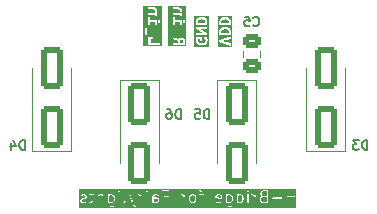
<source format=gbo>
G04 #@! TF.GenerationSoftware,KiCad,Pcbnew,9.0.4*
G04 #@! TF.CreationDate,2025-08-24T22:18:30+02:00*
G04 #@! TF.ProjectId,npn-pnp-h-bridge,6e706e2d-706e-4702-9d68-2d6272696467,rev?*
G04 #@! TF.SameCoordinates,Original*
G04 #@! TF.FileFunction,Legend,Bot*
G04 #@! TF.FilePolarity,Positive*
%FSLAX46Y46*%
G04 Gerber Fmt 4.6, Leading zero omitted, Abs format (unit mm)*
G04 Created by KiCad (PCBNEW 9.0.4) date 2025-08-24 22:18:30*
%MOMM*%
%LPD*%
G01*
G04 APERTURE LIST*
G04 Aperture macros list*
%AMRoundRect*
0 Rectangle with rounded corners*
0 $1 Rounding radius*
0 $2 $3 $4 $5 $6 $7 $8 $9 X,Y pos of 4 corners*
0 Add a 4 corners polygon primitive as box body*
4,1,4,$2,$3,$4,$5,$6,$7,$8,$9,$2,$3,0*
0 Add four circle primitives for the rounded corners*
1,1,$1+$1,$2,$3*
1,1,$1+$1,$4,$5*
1,1,$1+$1,$6,$7*
1,1,$1+$1,$8,$9*
0 Add four rect primitives between the rounded corners*
20,1,$1+$1,$2,$3,$4,$5,0*
20,1,$1+$1,$4,$5,$6,$7,0*
20,1,$1+$1,$6,$7,$8,$9,0*
20,1,$1+$1,$8,$9,$2,$3,0*%
G04 Aperture macros list end*
%ADD10C,0.200000*%
%ADD11C,0.100000*%
%ADD12C,0.150000*%
%ADD13C,0.120000*%
%ADD14R,1.500000X1.050000*%
%ADD15O,1.500000X1.050000*%
%ADD16C,2.148000*%
%ADD17R,1.300000X1.300000*%
%ADD18C,1.300000*%
%ADD19C,2.600000*%
%ADD20C,4.400000*%
%ADD21C,1.270000*%
%ADD22RoundRect,0.250000X-0.650000X1.500000X-0.650000X-1.500000X0.650000X-1.500000X0.650000X1.500000X0*%
%ADD23RoundRect,0.250000X0.475000X-0.337500X0.475000X0.337500X-0.475000X0.337500X-0.475000X-0.337500X0*%
%ADD24RoundRect,0.250000X0.650000X-1.500000X0.650000X1.500000X-0.650000X1.500000X-0.650000X-1.500000X0*%
G04 APERTURE END LIST*
D10*
G36*
X172077554Y-90745882D02*
G01*
X172132757Y-90756526D01*
X172181967Y-90775252D01*
X172224926Y-90803890D01*
X172260003Y-90844495D01*
X172276204Y-90876725D01*
X172286780Y-90917940D01*
X172290655Y-90970403D01*
X172288579Y-91022182D01*
X172285099Y-91059918D01*
X171631871Y-91059918D01*
X171629795Y-91043187D01*
X171628391Y-91020106D01*
X171626987Y-90997025D01*
X171626315Y-90978829D01*
X171630086Y-90925356D01*
X171640409Y-90882941D01*
X171656235Y-90849441D01*
X171691134Y-90807067D01*
X171734942Y-90777390D01*
X171785936Y-90758036D01*
X171844973Y-90746615D01*
X171967522Y-90739593D01*
X172077554Y-90745882D01*
G37*
G36*
X172581529Y-93052370D02*
G01*
X171339349Y-93052370D01*
X171339349Y-92493562D01*
X171450460Y-92493562D01*
X171454118Y-92555420D01*
X171464891Y-92613783D01*
X171482639Y-92669173D01*
X171507803Y-92721335D01*
X171540140Y-92768492D01*
X171580031Y-92811139D01*
X171625789Y-92847681D01*
X171679185Y-92879430D01*
X171741170Y-92906271D01*
X171806080Y-92925105D01*
X171880570Y-92937047D01*
X171966057Y-92941259D01*
X172055968Y-92936147D01*
X172132333Y-92921787D01*
X172197172Y-92899310D01*
X172258318Y-92867736D01*
X172310055Y-92831574D01*
X172353426Y-92790867D01*
X172390633Y-92744417D01*
X172420156Y-92694887D01*
X172442391Y-92641878D01*
X172463533Y-92558962D01*
X172470418Y-92478175D01*
X172466766Y-92397738D01*
X172457168Y-92338285D01*
X172441734Y-92283925D01*
X172423035Y-92236130D01*
X172134340Y-92236130D01*
X172134340Y-92390003D01*
X172287419Y-92390003D01*
X172292976Y-92412412D01*
X172298471Y-92473961D01*
X172293471Y-92529747D01*
X172278871Y-92580268D01*
X172254038Y-92625751D01*
X172218115Y-92664959D01*
X172172576Y-92695865D01*
X172112663Y-92720219D01*
X172045013Y-92734500D01*
X171959035Y-92739759D01*
X171881876Y-92734635D01*
X171816519Y-92720219D01*
X171757462Y-92696198D01*
X171710396Y-92665631D01*
X171672155Y-92627097D01*
X171644755Y-92582405D01*
X171628062Y-92532514D01*
X171622407Y-92478175D01*
X171624658Y-92442737D01*
X171631078Y-92411741D01*
X171640644Y-92384288D01*
X171648419Y-92370464D01*
X171849064Y-92370464D01*
X171849064Y-92548089D01*
X171981933Y-92548089D01*
X171981933Y-92213721D01*
X171538815Y-92213721D01*
X171512980Y-92247352D01*
X171490920Y-92288242D01*
X171472869Y-92337552D01*
X171456067Y-92414657D01*
X171450460Y-92493562D01*
X171339349Y-92493562D01*
X171339349Y-91567576D01*
X171470000Y-91567576D01*
X172050137Y-91901945D01*
X172050137Y-91908967D01*
X171933817Y-91900540D01*
X171470000Y-91900540D01*
X171470000Y-92082440D01*
X172450879Y-92082440D01*
X172450879Y-91914523D01*
X171851140Y-91576003D01*
X171851140Y-91568981D01*
X171968866Y-91581559D01*
X172450879Y-91581559D01*
X172450879Y-91399720D01*
X171470000Y-91399720D01*
X171470000Y-91567576D01*
X171339349Y-91567576D01*
X171339349Y-91001177D01*
X171454368Y-91001177D01*
X171455772Y-91058574D01*
X171459314Y-91129893D01*
X171463466Y-91199869D01*
X171468351Y-91251587D01*
X172448620Y-91251587D01*
X172452772Y-91207562D01*
X172457657Y-91136182D01*
X172461198Y-91053689D01*
X172462602Y-90977424D01*
X172457887Y-90891100D01*
X172444849Y-90820119D01*
X172424806Y-90762002D01*
X172395766Y-90707990D01*
X172361087Y-90663360D01*
X172320636Y-90626997D01*
X172274526Y-90597630D01*
X172222589Y-90574488D01*
X172164016Y-90557693D01*
X172071570Y-90543170D01*
X171967583Y-90538093D01*
X171871898Y-90543019D01*
X171778784Y-90557693D01*
X171718825Y-90574500D01*
X171664265Y-90598053D01*
X171614469Y-90628340D01*
X171570376Y-90665912D01*
X171531729Y-90712608D01*
X171498393Y-90769635D01*
X171475070Y-90831398D01*
X171459879Y-90907588D01*
X171455684Y-90978829D01*
X171454368Y-91001177D01*
X171339349Y-91001177D01*
X171339349Y-90426982D01*
X172581529Y-90426982D01*
X172581529Y-93052370D01*
G37*
G36*
X168577621Y-93001995D02*
G01*
X167042350Y-93001995D01*
X167042350Y-92890884D01*
X167470000Y-92890884D01*
X168450879Y-92890884D01*
X168450879Y-92699214D01*
X167641946Y-92699214D01*
X167641946Y-92420778D01*
X167868604Y-92420778D01*
X167868604Y-92247304D01*
X167470000Y-92247304D01*
X167470000Y-92890884D01*
X167042350Y-92890884D01*
X167042350Y-92051666D01*
X167153461Y-92051666D01*
X167305868Y-92051666D01*
X167305868Y-91430495D01*
X167153461Y-91430495D01*
X167153461Y-92051666D01*
X167042350Y-92051666D01*
X167042350Y-91239009D01*
X167470000Y-91239009D01*
X167622407Y-91239009D01*
X167622407Y-90992812D01*
X168017103Y-90992812D01*
X168017103Y-91239009D01*
X168169511Y-91239009D01*
X168169511Y-90904640D01*
X168259392Y-90904640D01*
X168262940Y-90941882D01*
X168272722Y-90971161D01*
X168288091Y-90994216D01*
X168309012Y-91012096D01*
X168333148Y-91022725D01*
X168361547Y-91026395D01*
X168389131Y-91022807D01*
X168413571Y-91012242D01*
X168435736Y-90994216D01*
X168452301Y-90971000D01*
X168462743Y-90941717D01*
X168466510Y-90904640D01*
X168462778Y-90866606D01*
X168452351Y-90835880D01*
X168435736Y-90810912D01*
X168413369Y-90791179D01*
X168388941Y-90779769D01*
X168361547Y-90775924D01*
X168333350Y-90779854D01*
X168309219Y-90791330D01*
X168288091Y-90810912D01*
X168272668Y-90835725D01*
X168262904Y-90866452D01*
X168259392Y-90904640D01*
X168169511Y-90904640D01*
X168169511Y-90810912D01*
X167622407Y-90810912D01*
X167622407Y-90552076D01*
X167470000Y-90552076D01*
X167470000Y-91239009D01*
X167042350Y-91239009D01*
X167042350Y-89894757D01*
X167470000Y-89894757D01*
X167867749Y-89894757D01*
X167923455Y-89899819D01*
X167963161Y-89913174D01*
X167990969Y-89933225D01*
X168011852Y-89960856D01*
X168024449Y-89992828D01*
X168028827Y-90030434D01*
X168021318Y-90079888D01*
X167998724Y-90124895D01*
X167964484Y-90161107D01*
X167923803Y-90182964D01*
X167470000Y-90182964D01*
X167470000Y-90364802D01*
X168017103Y-90364802D01*
X168017103Y-90465553D01*
X168169511Y-90465553D01*
X168169511Y-90220699D01*
X168077126Y-90199755D01*
X168077126Y-90194138D01*
X168117981Y-90156267D01*
X168155467Y-90101814D01*
X168173662Y-90060466D01*
X168185048Y-90012842D01*
X168189050Y-89957711D01*
X168185481Y-89907011D01*
X168175068Y-89860502D01*
X168156409Y-89818126D01*
X168128906Y-89782833D01*
X168092342Y-89754797D01*
X168041467Y-89731786D01*
X167982673Y-89718008D01*
X167905057Y-89712857D01*
X167470000Y-89712857D01*
X167470000Y-89894757D01*
X167042350Y-89894757D01*
X167042350Y-89601746D01*
X168577621Y-89601746D01*
X168577621Y-93001995D01*
G37*
D11*
G36*
X164437047Y-105657063D02*
G01*
X164473191Y-105693208D01*
X164511903Y-105770631D01*
X164511903Y-106032738D01*
X164473191Y-106110161D01*
X164437045Y-106146308D01*
X164359624Y-106185019D01*
X164192755Y-106185019D01*
X164135713Y-106156498D01*
X164135713Y-105646872D01*
X164192755Y-105618352D01*
X164359624Y-105618352D01*
X164437047Y-105657063D01*
G37*
G36*
X174437049Y-105657063D02*
G01*
X174473193Y-105693208D01*
X174511905Y-105770631D01*
X174511905Y-106032738D01*
X174473193Y-106110161D01*
X174437047Y-106146308D01*
X174359626Y-106185019D01*
X174192757Y-106185019D01*
X174135715Y-106156498D01*
X174135715Y-105646872D01*
X174192757Y-105618352D01*
X174359626Y-105618352D01*
X174437049Y-105657063D01*
G37*
G36*
X167920495Y-105898787D02*
G01*
X167922910Y-105899448D01*
X167923722Y-105900260D01*
X167931583Y-105901823D01*
X167939311Y-105903940D01*
X167940399Y-105903577D01*
X167942856Y-105904066D01*
X168169148Y-105904066D01*
X168238921Y-105938952D01*
X168273808Y-106008726D01*
X168273808Y-106080357D01*
X168238921Y-106150132D01*
X168169148Y-106185019D01*
X167954660Y-106185019D01*
X167897618Y-106156498D01*
X167897618Y-105887348D01*
X167920495Y-105898787D01*
G37*
G36*
X171341810Y-105657063D02*
G01*
X171377954Y-105693208D01*
X171416666Y-105770631D01*
X171416666Y-106032738D01*
X171377954Y-106110161D01*
X171341808Y-106146308D01*
X171264387Y-106185019D01*
X171145137Y-106185019D01*
X171067714Y-106146308D01*
X171031568Y-106110161D01*
X170992857Y-106032739D01*
X170992857Y-105770631D01*
X171031568Y-105693207D01*
X171067713Y-105657063D01*
X171145137Y-105618352D01*
X171264387Y-105618352D01*
X171341810Y-105657063D01*
G37*
G36*
X173572256Y-105653238D02*
G01*
X173607143Y-105723012D01*
X173607143Y-105840694D01*
X173230953Y-105765456D01*
X173230953Y-105723012D01*
X173265839Y-105653238D01*
X173335614Y-105618352D01*
X173502483Y-105618352D01*
X173572256Y-105653238D01*
G37*
G36*
X175341811Y-105657063D02*
G01*
X175377955Y-105693208D01*
X175416667Y-105770631D01*
X175416667Y-106032738D01*
X175377955Y-106110161D01*
X175341809Y-106146308D01*
X175264388Y-106185019D01*
X175097519Y-106185019D01*
X175040477Y-106156498D01*
X175040477Y-105646872D01*
X175097519Y-105618352D01*
X175264388Y-105618352D01*
X175341811Y-105657063D01*
G37*
G36*
X177464286Y-106185019D02*
G01*
X177145138Y-106185019D01*
X177067715Y-106146308D01*
X177031569Y-106110161D01*
X176992858Y-106032739D01*
X176992858Y-105913488D01*
X177031569Y-105836064D01*
X177065105Y-105802529D01*
X177189066Y-105761209D01*
X177464286Y-105761209D01*
X177464286Y-106185019D01*
G37*
G36*
X177464286Y-105661209D02*
G01*
X177192757Y-105661209D01*
X177115333Y-105622497D01*
X177079188Y-105586353D01*
X177040477Y-105508930D01*
X177040477Y-105437298D01*
X177079188Y-105359874D01*
X177115333Y-105323730D01*
X177192757Y-105285019D01*
X177464286Y-105285019D01*
X177464286Y-105661209D01*
G37*
G36*
X179961111Y-106729463D02*
G01*
X161591268Y-106729463D01*
X161591268Y-106044542D01*
X161702379Y-106044542D01*
X161702379Y-106092161D01*
X161702867Y-106094617D01*
X161702505Y-106095705D01*
X161704620Y-106103429D01*
X161706185Y-106111295D01*
X161706996Y-106112106D01*
X161707658Y-106114521D01*
X161755276Y-106209760D01*
X161761379Y-106217624D01*
X161762225Y-106220160D01*
X161765048Y-106222351D01*
X161767238Y-106225172D01*
X161769771Y-106226016D01*
X161777637Y-106232121D01*
X161872875Y-106279740D01*
X161875290Y-106280401D01*
X161876102Y-106281213D01*
X161883963Y-106282776D01*
X161891691Y-106284893D01*
X161892779Y-106284530D01*
X161895236Y-106285019D01*
X162085712Y-106285019D01*
X162088168Y-106284530D01*
X162089257Y-106284893D01*
X162096984Y-106282776D01*
X162104846Y-106281213D01*
X162105657Y-106280401D01*
X162108073Y-106279740D01*
X162203310Y-106232122D01*
X162218722Y-106220160D01*
X162230824Y-106183856D01*
X162213710Y-106149628D01*
X162177405Y-106137526D01*
X162158589Y-106142679D01*
X162073909Y-106185019D01*
X161907040Y-106185019D01*
X161837265Y-106150132D01*
X161802379Y-106080359D01*
X161802379Y-106056345D01*
X161837265Y-105986571D01*
X161907040Y-105951685D01*
X162038093Y-105951685D01*
X162040549Y-105951196D01*
X162041638Y-105951559D01*
X162049365Y-105949442D01*
X162057227Y-105947879D01*
X162058038Y-105947067D01*
X162060454Y-105946406D01*
X162155691Y-105898788D01*
X162163555Y-105892684D01*
X162166091Y-105891839D01*
X162168282Y-105889015D01*
X162171103Y-105886826D01*
X162171947Y-105884292D01*
X162178052Y-105876427D01*
X162225671Y-105781189D01*
X162226332Y-105778773D01*
X162227144Y-105777962D01*
X162228707Y-105770100D01*
X162230824Y-105762373D01*
X162230461Y-105761284D01*
X162230950Y-105758828D01*
X162230950Y-105711209D01*
X162230461Y-105708752D01*
X162230824Y-105707664D01*
X162228707Y-105699936D01*
X162227144Y-105692075D01*
X162226332Y-105691263D01*
X162225671Y-105688848D01*
X162178052Y-105593610D01*
X162171947Y-105585744D01*
X162171103Y-105583211D01*
X162168282Y-105581021D01*
X162166091Y-105578198D01*
X162163555Y-105577352D01*
X162155691Y-105571249D01*
X162111629Y-105549218D01*
X162420471Y-105549218D01*
X162420471Y-105587486D01*
X162447531Y-105614546D01*
X162466665Y-105618352D01*
X162654760Y-105618352D01*
X162654760Y-106080357D01*
X162619873Y-106150132D01*
X162550100Y-106185019D01*
X162466665Y-106185019D01*
X162447531Y-106188825D01*
X162420471Y-106215885D01*
X162420471Y-106254153D01*
X162447531Y-106281213D01*
X162466665Y-106285019D01*
X162561903Y-106285019D01*
X162564359Y-106284530D01*
X162565448Y-106284893D01*
X162573175Y-106282776D01*
X162581037Y-106281213D01*
X162581848Y-106280401D01*
X162584264Y-106279740D01*
X162679501Y-106232122D01*
X162687367Y-106226016D01*
X162689901Y-106225172D01*
X162692090Y-106222350D01*
X162694913Y-106220160D01*
X162695758Y-106217625D01*
X162701862Y-106209760D01*
X162749481Y-106114522D01*
X162750142Y-106112106D01*
X162750954Y-106111295D01*
X162752517Y-106103433D01*
X162754634Y-106095706D01*
X162754271Y-106094617D01*
X162754760Y-106092161D01*
X162754760Y-105711209D01*
X163130951Y-105711209D01*
X163130951Y-106235019D01*
X163134757Y-106254153D01*
X163161817Y-106281213D01*
X163200085Y-106281213D01*
X163227145Y-106254153D01*
X163230951Y-106235019D01*
X163230951Y-105723012D01*
X163265837Y-105653238D01*
X163335612Y-105618352D01*
X163454862Y-105618352D01*
X163532285Y-105657063D01*
X163559522Y-105684300D01*
X163559522Y-106235019D01*
X163563328Y-106254153D01*
X163590388Y-106281213D01*
X163628656Y-106281213D01*
X163655716Y-106254153D01*
X163659522Y-106235019D01*
X163659522Y-105568352D01*
X164035713Y-105568352D01*
X164035713Y-106377876D01*
X164036201Y-106380332D01*
X164035839Y-106381421D01*
X164037955Y-106389148D01*
X164039519Y-106397010D01*
X164040330Y-106397821D01*
X164040992Y-106400237D01*
X164088610Y-106495474D01*
X164093525Y-106501807D01*
X164097977Y-106508469D01*
X164145595Y-106556088D01*
X164152261Y-106560542D01*
X164158590Y-106565454D01*
X164253828Y-106613073D01*
X164256243Y-106613734D01*
X164257055Y-106614546D01*
X164264916Y-106616109D01*
X164272644Y-106618226D01*
X164273732Y-106617863D01*
X164276189Y-106618352D01*
X164419046Y-106618352D01*
X164421502Y-106617863D01*
X164422591Y-106618226D01*
X164430318Y-106616109D01*
X164438180Y-106614546D01*
X164438991Y-106613734D01*
X164441407Y-106613073D01*
X164536644Y-106565455D01*
X164552056Y-106553493D01*
X164564158Y-106517189D01*
X164547044Y-106482961D01*
X164510739Y-106470859D01*
X164491923Y-106476012D01*
X164407243Y-106518352D01*
X164287993Y-106518352D01*
X164210569Y-106479640D01*
X164174424Y-106443496D01*
X164135713Y-106366073D01*
X164135713Y-106268301D01*
X164158590Y-106279740D01*
X164161005Y-106280401D01*
X164161817Y-106281213D01*
X164169678Y-106282776D01*
X164177406Y-106284893D01*
X164178494Y-106284530D01*
X164180951Y-106285019D01*
X164371427Y-106285019D01*
X164373883Y-106284530D01*
X164374972Y-106284893D01*
X164382699Y-106282776D01*
X164390561Y-106281213D01*
X164391372Y-106280401D01*
X164393788Y-106279740D01*
X164489025Y-106232122D01*
X164495352Y-106227211D01*
X164502021Y-106222755D01*
X164549640Y-106175135D01*
X164554093Y-106168469D01*
X164559005Y-106162141D01*
X164606624Y-106066903D01*
X164607285Y-106064487D01*
X164608097Y-106063676D01*
X164609660Y-106055814D01*
X164611777Y-106048087D01*
X164611414Y-106046998D01*
X164611903Y-106044542D01*
X164611903Y-105758828D01*
X164611414Y-105756371D01*
X164611777Y-105755283D01*
X164609660Y-105747555D01*
X164608097Y-105739694D01*
X164607285Y-105738882D01*
X164606624Y-105736467D01*
X164559005Y-105641229D01*
X164554093Y-105634900D01*
X164549639Y-105628234D01*
X164502020Y-105580616D01*
X164495358Y-105576164D01*
X164489025Y-105571249D01*
X164483231Y-105568352D01*
X164940474Y-105568352D01*
X164940474Y-106235019D01*
X164944280Y-106254153D01*
X164971340Y-106281213D01*
X165009608Y-106281213D01*
X165036668Y-106254153D01*
X165039769Y-106238564D01*
X165321553Y-106238564D01*
X165338667Y-106272792D01*
X165374972Y-106284893D01*
X165393788Y-106279740D01*
X165489025Y-106232122D01*
X165496891Y-106226016D01*
X165499425Y-106225172D01*
X165501614Y-106222350D01*
X165504437Y-106220160D01*
X165505282Y-106217625D01*
X165511386Y-106209760D01*
X165559005Y-106114522D01*
X165559666Y-106112106D01*
X165560478Y-106111295D01*
X165562041Y-106103433D01*
X165564158Y-106095706D01*
X165563795Y-106094617D01*
X165564284Y-106092161D01*
X165564284Y-105565869D01*
X165845299Y-105565869D01*
X165848150Y-105585169D01*
X166086245Y-106251836D01*
X166086733Y-106252652D01*
X166086908Y-106253589D01*
X166182146Y-106491683D01*
X166182376Y-106492036D01*
X166182376Y-106492248D01*
X166187624Y-106500102D01*
X166192786Y-106508035D01*
X166192980Y-106508118D01*
X166193215Y-106508469D01*
X166240833Y-106556088D01*
X166247499Y-106560542D01*
X166253828Y-106565454D01*
X166349066Y-106613073D01*
X166367882Y-106618226D01*
X166404187Y-106606124D01*
X166421301Y-106571896D01*
X166409199Y-106535592D01*
X166393787Y-106523630D01*
X166305807Y-106479640D01*
X166271183Y-106445017D01*
X166186783Y-106234016D01*
X166418514Y-105585169D01*
X166421365Y-105565870D01*
X166413477Y-105549218D01*
X166563329Y-105549218D01*
X166563329Y-105587486D01*
X166590389Y-105614546D01*
X166609523Y-105618352D01*
X166692958Y-105618352D01*
X166770381Y-105657063D01*
X166806525Y-105693208D01*
X166845237Y-105770631D01*
X166845237Y-106235019D01*
X166849043Y-106254153D01*
X166876103Y-106281213D01*
X166914371Y-106281213D01*
X166941431Y-106254153D01*
X166945237Y-106235019D01*
X166945237Y-105568352D01*
X167321427Y-105568352D01*
X167321427Y-106235019D01*
X167325233Y-106254153D01*
X167352293Y-106281213D01*
X167390561Y-106281213D01*
X167417621Y-106254153D01*
X167421427Y-106235019D01*
X167421427Y-105711209D01*
X167797618Y-105711209D01*
X167797618Y-106235019D01*
X167801424Y-106254153D01*
X167828484Y-106281213D01*
X167866752Y-106281213D01*
X167885648Y-106262316D01*
X167920495Y-106279740D01*
X167922910Y-106280401D01*
X167923722Y-106281213D01*
X167931583Y-106282776D01*
X167939311Y-106284893D01*
X167940399Y-106284530D01*
X167942856Y-106285019D01*
X168180951Y-106285019D01*
X168183407Y-106284530D01*
X168184496Y-106284893D01*
X168192223Y-106282776D01*
X168200085Y-106281213D01*
X168200896Y-106280401D01*
X168203312Y-106279740D01*
X168298549Y-106232122D01*
X168306415Y-106226016D01*
X168308949Y-106225172D01*
X168311138Y-106222350D01*
X168313961Y-106220160D01*
X168314806Y-106217625D01*
X168320910Y-106209760D01*
X168368529Y-106114522D01*
X168369190Y-106112106D01*
X168370002Y-106111295D01*
X168371565Y-106103433D01*
X168373682Y-106095706D01*
X168373319Y-106094617D01*
X168373808Y-106092161D01*
X168373808Y-105996923D01*
X168373319Y-105994466D01*
X168373682Y-105993378D01*
X168371565Y-105985650D01*
X168370002Y-105977789D01*
X168369190Y-105976977D01*
X168368529Y-105974562D01*
X168320910Y-105879324D01*
X168314805Y-105871458D01*
X168313961Y-105868925D01*
X168311140Y-105866735D01*
X168308949Y-105863912D01*
X168306413Y-105863066D01*
X168298549Y-105856963D01*
X168203312Y-105809345D01*
X168200896Y-105808683D01*
X168200085Y-105807872D01*
X168192223Y-105806308D01*
X168184496Y-105804192D01*
X168183407Y-105804554D01*
X168180951Y-105804066D01*
X167954660Y-105804066D01*
X167897618Y-105775545D01*
X167897618Y-105723012D01*
X167932504Y-105653238D01*
X168002279Y-105618352D01*
X168169148Y-105618352D01*
X168253828Y-105660692D01*
X168272644Y-105665845D01*
X168308949Y-105653743D01*
X168326063Y-105619515D01*
X168313961Y-105583211D01*
X168298549Y-105571249D01*
X168203312Y-105523631D01*
X168200896Y-105522969D01*
X168200085Y-105522158D01*
X168192223Y-105520594D01*
X168184496Y-105518478D01*
X168183407Y-105518840D01*
X168180951Y-105518352D01*
X167990475Y-105518352D01*
X167988018Y-105518840D01*
X167986930Y-105518478D01*
X167979202Y-105520594D01*
X167971341Y-105522158D01*
X167970529Y-105522969D01*
X167968114Y-105523631D01*
X167872876Y-105571250D01*
X167865010Y-105577354D01*
X167862477Y-105578199D01*
X167860287Y-105581019D01*
X167857464Y-105583211D01*
X167856618Y-105585746D01*
X167850515Y-105593611D01*
X167802897Y-105688848D01*
X167802235Y-105691263D01*
X167801424Y-105692075D01*
X167799860Y-105699936D01*
X167797744Y-105707664D01*
X167798106Y-105708752D01*
X167797618Y-105711209D01*
X167421427Y-105711209D01*
X167421427Y-105568352D01*
X167417621Y-105549218D01*
X167390561Y-105522158D01*
X167352293Y-105522158D01*
X167325233Y-105549218D01*
X167321427Y-105568352D01*
X166945237Y-105568352D01*
X166941431Y-105549218D01*
X166914371Y-105522158D01*
X166876103Y-105522158D01*
X166849043Y-105549218D01*
X166845237Y-105568352D01*
X166845237Y-105590498D01*
X166835354Y-105580616D01*
X166828692Y-105576164D01*
X166822359Y-105571249D01*
X166727122Y-105523631D01*
X166724706Y-105522969D01*
X166723895Y-105522158D01*
X166716033Y-105520594D01*
X166708306Y-105518478D01*
X166707217Y-105518840D01*
X166704761Y-105518352D01*
X166609523Y-105518352D01*
X166590389Y-105522158D01*
X166563329Y-105549218D01*
X166413477Y-105549218D01*
X166404983Y-105531285D01*
X166368944Y-105518414D01*
X166334360Y-105534796D01*
X166324340Y-105551535D01*
X166133332Y-106086358D01*
X165942324Y-105551535D01*
X165932304Y-105534796D01*
X165897720Y-105518414D01*
X165861681Y-105531285D01*
X165845299Y-105565869D01*
X165564284Y-105565869D01*
X165564284Y-105263504D01*
X167277614Y-105263504D01*
X167277614Y-105301772D01*
X167288453Y-105317993D01*
X167336071Y-105365612D01*
X167352292Y-105376451D01*
X167352293Y-105376451D01*
X167390561Y-105376451D01*
X167406782Y-105365612D01*
X167454401Y-105317994D01*
X167465240Y-105301773D01*
X167465240Y-105263504D01*
X167465240Y-105263503D01*
X167454401Y-105247282D01*
X167423003Y-105215885D01*
X168610948Y-105215885D01*
X168610948Y-105254153D01*
X168638008Y-105281213D01*
X168657142Y-105285019D01*
X169083332Y-105285019D01*
X169083332Y-105661209D01*
X168799999Y-105661209D01*
X168780865Y-105665015D01*
X168753805Y-105692075D01*
X168753805Y-105730343D01*
X168780865Y-105757403D01*
X168799999Y-105761209D01*
X169083332Y-105761209D01*
X169083332Y-106235019D01*
X169087138Y-106254153D01*
X169114198Y-106281213D01*
X169152466Y-106281213D01*
X169179526Y-106254153D01*
X169183332Y-106235019D01*
X169183332Y-105549218D01*
X170182377Y-105549218D01*
X170182377Y-105587486D01*
X170209437Y-105614546D01*
X170228571Y-105618352D01*
X170312006Y-105618352D01*
X170389429Y-105657063D01*
X170425573Y-105693208D01*
X170464285Y-105770631D01*
X170464285Y-106235019D01*
X170468091Y-106254153D01*
X170495151Y-106281213D01*
X170533419Y-106281213D01*
X170560479Y-106254153D01*
X170564285Y-106235019D01*
X170564285Y-105758828D01*
X170892857Y-105758828D01*
X170892857Y-106044542D01*
X170893345Y-106046998D01*
X170892983Y-106048087D01*
X170895099Y-106055814D01*
X170896663Y-106063676D01*
X170897474Y-106064487D01*
X170898136Y-106066903D01*
X170945754Y-106162140D01*
X170950665Y-106168468D01*
X170955120Y-106175135D01*
X171002739Y-106222755D01*
X171009405Y-106227209D01*
X171015734Y-106232121D01*
X171110972Y-106279740D01*
X171113387Y-106280401D01*
X171114199Y-106281213D01*
X171122060Y-106282776D01*
X171129788Y-106284893D01*
X171130876Y-106284530D01*
X171133333Y-106285019D01*
X171276190Y-106285019D01*
X171278646Y-106284530D01*
X171279735Y-106284893D01*
X171287462Y-106282776D01*
X171295324Y-106281213D01*
X171296135Y-106280401D01*
X171298551Y-106279740D01*
X171393788Y-106232122D01*
X171400115Y-106227211D01*
X171406784Y-106222755D01*
X171454403Y-106175135D01*
X171458856Y-106168469D01*
X171463768Y-106162141D01*
X171511387Y-106066903D01*
X171512048Y-106064487D01*
X171512860Y-106063676D01*
X171514423Y-106055814D01*
X171516540Y-106048087D01*
X171516177Y-106046998D01*
X171516666Y-106044542D01*
X171516666Y-105758828D01*
X171516177Y-105756371D01*
X171516540Y-105755283D01*
X171514423Y-105747555D01*
X171512860Y-105739694D01*
X171512048Y-105738882D01*
X171511387Y-105736467D01*
X171463768Y-105641229D01*
X171458856Y-105634900D01*
X171454402Y-105628234D01*
X171406783Y-105580616D01*
X171400121Y-105576164D01*
X171393788Y-105571249D01*
X171298551Y-105523631D01*
X171296135Y-105522969D01*
X171295324Y-105522158D01*
X171287462Y-105520594D01*
X171279735Y-105518478D01*
X171278646Y-105518840D01*
X171276190Y-105518352D01*
X171133333Y-105518352D01*
X171130876Y-105518840D01*
X171129788Y-105518478D01*
X171122060Y-105520594D01*
X171114199Y-105522158D01*
X171113387Y-105522969D01*
X171110972Y-105523631D01*
X171015734Y-105571250D01*
X171009405Y-105576161D01*
X171002739Y-105580616D01*
X170955121Y-105628235D01*
X170950669Y-105634896D01*
X170945754Y-105641230D01*
X170898136Y-105736467D01*
X170897474Y-105738882D01*
X170896663Y-105739694D01*
X170895099Y-105747555D01*
X170892983Y-105755283D01*
X170893345Y-105756371D01*
X170892857Y-105758828D01*
X170564285Y-105758828D01*
X170564285Y-105568352D01*
X170560479Y-105549218D01*
X170533419Y-105522158D01*
X170495151Y-105522158D01*
X170468091Y-105549218D01*
X170464285Y-105568352D01*
X170464285Y-105590498D01*
X170454402Y-105580616D01*
X170447740Y-105576164D01*
X170441407Y-105571249D01*
X170346170Y-105523631D01*
X170343754Y-105522969D01*
X170342943Y-105522158D01*
X170335081Y-105520594D01*
X170327354Y-105518478D01*
X170326265Y-105518840D01*
X170323809Y-105518352D01*
X170228571Y-105518352D01*
X170209437Y-105522158D01*
X170182377Y-105549218D01*
X169183332Y-105549218D01*
X169183332Y-105235019D01*
X169179526Y-105215885D01*
X171706187Y-105215885D01*
X171706187Y-105254153D01*
X171733247Y-105281213D01*
X171752381Y-105285019D01*
X171835816Y-105285019D01*
X171905589Y-105319905D01*
X171940476Y-105389679D01*
X171940476Y-105518352D01*
X171752381Y-105518352D01*
X171733247Y-105522158D01*
X171706187Y-105549218D01*
X171706187Y-105587486D01*
X171733247Y-105614546D01*
X171752381Y-105618352D01*
X171940476Y-105618352D01*
X171940476Y-106235019D01*
X171944282Y-106254153D01*
X171971342Y-106281213D01*
X172009610Y-106281213D01*
X172036670Y-106254153D01*
X172040476Y-106235019D01*
X172040476Y-105711209D01*
X173130953Y-105711209D01*
X173130953Y-105806447D01*
X173132394Y-105813695D01*
X173131904Y-105816150D01*
X173133299Y-105818243D01*
X173134759Y-105825581D01*
X173145055Y-105835877D01*
X173153131Y-105847991D01*
X173160039Y-105850861D01*
X173161819Y-105852641D01*
X173164323Y-105852641D01*
X173171147Y-105855476D01*
X173607143Y-105942675D01*
X173607143Y-106080357D01*
X173572256Y-106150132D01*
X173502483Y-106185019D01*
X173335614Y-106185019D01*
X173250933Y-106142679D01*
X173232117Y-106137526D01*
X173195812Y-106149627D01*
X173178698Y-106183855D01*
X173190799Y-106220160D01*
X173206211Y-106232121D01*
X173301449Y-106279740D01*
X173303864Y-106280401D01*
X173304676Y-106281213D01*
X173312537Y-106282776D01*
X173320265Y-106284893D01*
X173321353Y-106284530D01*
X173323810Y-106285019D01*
X173514286Y-106285019D01*
X173516742Y-106284530D01*
X173517831Y-106284893D01*
X173525558Y-106282776D01*
X173533420Y-106281213D01*
X173534231Y-106280401D01*
X173536647Y-106279740D01*
X173631884Y-106232122D01*
X173639750Y-106226016D01*
X173642284Y-106225172D01*
X173644473Y-106222350D01*
X173647296Y-106220160D01*
X173648141Y-106217625D01*
X173654245Y-106209760D01*
X173701864Y-106114522D01*
X173702525Y-106112106D01*
X173703337Y-106111295D01*
X173704900Y-106103433D01*
X173707017Y-106095706D01*
X173706654Y-106094617D01*
X173707143Y-106092161D01*
X173707143Y-105711209D01*
X173706654Y-105708752D01*
X173707017Y-105707664D01*
X173704900Y-105699936D01*
X173703337Y-105692075D01*
X173702525Y-105691263D01*
X173701864Y-105688848D01*
X173654245Y-105593610D01*
X173648140Y-105585744D01*
X173647296Y-105583211D01*
X173644475Y-105581021D01*
X173642284Y-105578198D01*
X173639748Y-105577352D01*
X173631884Y-105571249D01*
X173626090Y-105568352D01*
X174035715Y-105568352D01*
X174035715Y-106377876D01*
X174036203Y-106380332D01*
X174035841Y-106381421D01*
X174037957Y-106389148D01*
X174039521Y-106397010D01*
X174040332Y-106397821D01*
X174040994Y-106400237D01*
X174088612Y-106495474D01*
X174093527Y-106501807D01*
X174097979Y-106508469D01*
X174145597Y-106556088D01*
X174152263Y-106560542D01*
X174158592Y-106565454D01*
X174253830Y-106613073D01*
X174256245Y-106613734D01*
X174257057Y-106614546D01*
X174264918Y-106616109D01*
X174272646Y-106618226D01*
X174273734Y-106617863D01*
X174276191Y-106618352D01*
X174419048Y-106618352D01*
X174421504Y-106617863D01*
X174422593Y-106618226D01*
X174430320Y-106616109D01*
X174438182Y-106614546D01*
X174438993Y-106613734D01*
X174441409Y-106613073D01*
X174536646Y-106565455D01*
X174552058Y-106553493D01*
X174564160Y-106517189D01*
X174547046Y-106482961D01*
X174510741Y-106470859D01*
X174491925Y-106476012D01*
X174407245Y-106518352D01*
X174287995Y-106518352D01*
X174210571Y-106479640D01*
X174174426Y-106443496D01*
X174135715Y-106366073D01*
X174135715Y-106268301D01*
X174158592Y-106279740D01*
X174161007Y-106280401D01*
X174161819Y-106281213D01*
X174169680Y-106282776D01*
X174177408Y-106284893D01*
X174178496Y-106284530D01*
X174180953Y-106285019D01*
X174371429Y-106285019D01*
X174373885Y-106284530D01*
X174374974Y-106284893D01*
X174382701Y-106282776D01*
X174390563Y-106281213D01*
X174391374Y-106280401D01*
X174393790Y-106279740D01*
X174489027Y-106232122D01*
X174495354Y-106227211D01*
X174502023Y-106222755D01*
X174549642Y-106175135D01*
X174554095Y-106168469D01*
X174559007Y-106162141D01*
X174606626Y-106066903D01*
X174607287Y-106064487D01*
X174608099Y-106063676D01*
X174609662Y-106055814D01*
X174611779Y-106048087D01*
X174611416Y-106046998D01*
X174611905Y-106044542D01*
X174611905Y-105758828D01*
X174611416Y-105756371D01*
X174611779Y-105755283D01*
X174609662Y-105747555D01*
X174608099Y-105739694D01*
X174607287Y-105738882D01*
X174606626Y-105736467D01*
X174559007Y-105641229D01*
X174554095Y-105634900D01*
X174549641Y-105628234D01*
X174502022Y-105580616D01*
X174495360Y-105576164D01*
X174489027Y-105571249D01*
X174393790Y-105523631D01*
X174391374Y-105522969D01*
X174390563Y-105522158D01*
X174382701Y-105520594D01*
X174374974Y-105518478D01*
X174373885Y-105518840D01*
X174371429Y-105518352D01*
X174180953Y-105518352D01*
X174178496Y-105518840D01*
X174177408Y-105518478D01*
X174169680Y-105520594D01*
X174161819Y-105522158D01*
X174161007Y-105522969D01*
X174158592Y-105523631D01*
X174123745Y-105541054D01*
X174104849Y-105522158D01*
X174066581Y-105522158D01*
X174039521Y-105549218D01*
X174035715Y-105568352D01*
X173626090Y-105568352D01*
X173536647Y-105523631D01*
X173534231Y-105522969D01*
X173533420Y-105522158D01*
X173525558Y-105520594D01*
X173517831Y-105518478D01*
X173516742Y-105518840D01*
X173514286Y-105518352D01*
X173323810Y-105518352D01*
X173321353Y-105518840D01*
X173320265Y-105518478D01*
X173312537Y-105520594D01*
X173304676Y-105522158D01*
X173303864Y-105522969D01*
X173301449Y-105523631D01*
X173206211Y-105571250D01*
X173198345Y-105577354D01*
X173195812Y-105578199D01*
X173193622Y-105581019D01*
X173190799Y-105583211D01*
X173189953Y-105585746D01*
X173183850Y-105593611D01*
X173136232Y-105688848D01*
X173135570Y-105691263D01*
X173134759Y-105692075D01*
X173133195Y-105699936D01*
X173131079Y-105707664D01*
X173131441Y-105708752D01*
X173130953Y-105711209D01*
X172040476Y-105711209D01*
X172040476Y-105618352D01*
X172133333Y-105618352D01*
X172152467Y-105614546D01*
X172179527Y-105587486D01*
X172179527Y-105549218D01*
X172152467Y-105522158D01*
X172133333Y-105518352D01*
X172040476Y-105518352D01*
X172040476Y-105377876D01*
X172039987Y-105375419D01*
X172040350Y-105374331D01*
X172038233Y-105366603D01*
X172036670Y-105358742D01*
X172035858Y-105357930D01*
X172035197Y-105355515D01*
X171987578Y-105260277D01*
X171981473Y-105252411D01*
X171980629Y-105249878D01*
X171977808Y-105247688D01*
X171975617Y-105244865D01*
X171973081Y-105244019D01*
X171965217Y-105237916D01*
X171959423Y-105235019D01*
X174940477Y-105235019D01*
X174940477Y-106235019D01*
X174944283Y-106254153D01*
X174971343Y-106281213D01*
X175009611Y-106281213D01*
X175028507Y-106262316D01*
X175063354Y-106279740D01*
X175065769Y-106280401D01*
X175066581Y-106281213D01*
X175074442Y-106282776D01*
X175082170Y-106284893D01*
X175083258Y-106284530D01*
X175085715Y-106285019D01*
X175276191Y-106285019D01*
X175278647Y-106284530D01*
X175279736Y-106284893D01*
X175287463Y-106282776D01*
X175295325Y-106281213D01*
X175296136Y-106280401D01*
X175298552Y-106279740D01*
X175393789Y-106232122D01*
X175400116Y-106227211D01*
X175406785Y-106222755D01*
X175454404Y-106175135D01*
X175458857Y-106168469D01*
X175463769Y-106162141D01*
X175511388Y-106066903D01*
X175512049Y-106064487D01*
X175512861Y-106063676D01*
X175514424Y-106055814D01*
X175516541Y-106048087D01*
X175516178Y-106046998D01*
X175516667Y-106044542D01*
X175516667Y-105758828D01*
X175516178Y-105756371D01*
X175516541Y-105755283D01*
X175514424Y-105747555D01*
X175512861Y-105739694D01*
X175512049Y-105738882D01*
X175511388Y-105736467D01*
X175463769Y-105641229D01*
X175458857Y-105634900D01*
X175454403Y-105628234D01*
X175406784Y-105580616D01*
X175400122Y-105576164D01*
X175393789Y-105571249D01*
X175387995Y-105568352D01*
X175845238Y-105568352D01*
X175845238Y-106235019D01*
X175849044Y-106254153D01*
X175876104Y-106281213D01*
X175914372Y-106281213D01*
X175941432Y-106254153D01*
X175945238Y-106235019D01*
X175945238Y-105568352D01*
X175941432Y-105549218D01*
X176182378Y-105549218D01*
X176182378Y-105587486D01*
X176209438Y-105614546D01*
X176228572Y-105618352D01*
X176312007Y-105618352D01*
X176389430Y-105657063D01*
X176425574Y-105693208D01*
X176464286Y-105770631D01*
X176464286Y-106235019D01*
X176468092Y-106254153D01*
X176495152Y-106281213D01*
X176533420Y-106281213D01*
X176560480Y-106254153D01*
X176564286Y-106235019D01*
X176564286Y-105901685D01*
X176892858Y-105901685D01*
X176892858Y-106044542D01*
X176893346Y-106046998D01*
X176892984Y-106048087D01*
X176895100Y-106055814D01*
X176896664Y-106063676D01*
X176897475Y-106064487D01*
X176898137Y-106066903D01*
X176945755Y-106162140D01*
X176950666Y-106168468D01*
X176955121Y-106175135D01*
X177002740Y-106222755D01*
X177009406Y-106227209D01*
X177015735Y-106232121D01*
X177110973Y-106279740D01*
X177113388Y-106280401D01*
X177114200Y-106281213D01*
X177122061Y-106282776D01*
X177129789Y-106284893D01*
X177130877Y-106284530D01*
X177133334Y-106285019D01*
X177514286Y-106285019D01*
X177533420Y-106281213D01*
X177560480Y-106254153D01*
X177564286Y-106235019D01*
X177564286Y-105834932D01*
X177944283Y-105834932D01*
X177944283Y-105873200D01*
X177971343Y-105900260D01*
X177990477Y-105904066D01*
X178752381Y-105904066D01*
X178771515Y-105900260D01*
X178798575Y-105873200D01*
X178798575Y-105834932D01*
X178771515Y-105807872D01*
X178752381Y-105804066D01*
X177990477Y-105804066D01*
X177971343Y-105807872D01*
X177944283Y-105834932D01*
X177564286Y-105834932D01*
X177564286Y-105235019D01*
X179178572Y-105235019D01*
X179178572Y-106235019D01*
X179182378Y-106254153D01*
X179209438Y-106281213D01*
X179247706Y-106281213D01*
X179274766Y-106254153D01*
X179278572Y-106235019D01*
X179278572Y-105761209D01*
X179750000Y-105761209D01*
X179750000Y-106235019D01*
X179753806Y-106254153D01*
X179780866Y-106281213D01*
X179819134Y-106281213D01*
X179846194Y-106254153D01*
X179850000Y-106235019D01*
X179850000Y-105235019D01*
X179846194Y-105215885D01*
X179819134Y-105188825D01*
X179780866Y-105188825D01*
X179753806Y-105215885D01*
X179750000Y-105235019D01*
X179750000Y-105661209D01*
X179278572Y-105661209D01*
X179278572Y-105235019D01*
X179274766Y-105215885D01*
X179247706Y-105188825D01*
X179209438Y-105188825D01*
X179182378Y-105215885D01*
X179178572Y-105235019D01*
X177564286Y-105235019D01*
X177560480Y-105215885D01*
X177533420Y-105188825D01*
X177514286Y-105185019D01*
X177180953Y-105185019D01*
X177178496Y-105185507D01*
X177177408Y-105185145D01*
X177169680Y-105187261D01*
X177161819Y-105188825D01*
X177161007Y-105189636D01*
X177158592Y-105190298D01*
X177063354Y-105237917D01*
X177057025Y-105242828D01*
X177050359Y-105247283D01*
X177002741Y-105294902D01*
X176998289Y-105301563D01*
X176993374Y-105307897D01*
X176945756Y-105403134D01*
X176945094Y-105405549D01*
X176944283Y-105406361D01*
X176942719Y-105414222D01*
X176940603Y-105421950D01*
X176940965Y-105423038D01*
X176940477Y-105425495D01*
X176940477Y-105520733D01*
X176940965Y-105523189D01*
X176940603Y-105524278D01*
X176942719Y-105532005D01*
X176944283Y-105539867D01*
X176945094Y-105540678D01*
X176945756Y-105543094D01*
X176993374Y-105638331D01*
X176998289Y-105644664D01*
X177002741Y-105651326D01*
X177050359Y-105698945D01*
X177053445Y-105701007D01*
X177022285Y-105711394D01*
X177020110Y-105712634D01*
X177018961Y-105712634D01*
X177012294Y-105717088D01*
X177005336Y-105721055D01*
X177004822Y-105722081D01*
X177002740Y-105723473D01*
X176955122Y-105771092D01*
X176950670Y-105777753D01*
X176945755Y-105784087D01*
X176898137Y-105879324D01*
X176897475Y-105881739D01*
X176896664Y-105882551D01*
X176895100Y-105890412D01*
X176892984Y-105898140D01*
X176893346Y-105899228D01*
X176892858Y-105901685D01*
X176564286Y-105901685D01*
X176564286Y-105568352D01*
X176560480Y-105549218D01*
X176533420Y-105522158D01*
X176495152Y-105522158D01*
X176468092Y-105549218D01*
X176464286Y-105568352D01*
X176464286Y-105590498D01*
X176454403Y-105580616D01*
X176447741Y-105576164D01*
X176441408Y-105571249D01*
X176346171Y-105523631D01*
X176343755Y-105522969D01*
X176342944Y-105522158D01*
X176335082Y-105520594D01*
X176327355Y-105518478D01*
X176326266Y-105518840D01*
X176323810Y-105518352D01*
X176228572Y-105518352D01*
X176209438Y-105522158D01*
X176182378Y-105549218D01*
X175941432Y-105549218D01*
X175914372Y-105522158D01*
X175876104Y-105522158D01*
X175849044Y-105549218D01*
X175845238Y-105568352D01*
X175387995Y-105568352D01*
X175298552Y-105523631D01*
X175296136Y-105522969D01*
X175295325Y-105522158D01*
X175287463Y-105520594D01*
X175279736Y-105518478D01*
X175278647Y-105518840D01*
X175276191Y-105518352D01*
X175085715Y-105518352D01*
X175083258Y-105518840D01*
X175082170Y-105518478D01*
X175074442Y-105520594D01*
X175066581Y-105522158D01*
X175065769Y-105522969D01*
X175063354Y-105523631D01*
X175040477Y-105535069D01*
X175040477Y-105263504D01*
X175801425Y-105263504D01*
X175801425Y-105301772D01*
X175812264Y-105317993D01*
X175859882Y-105365612D01*
X175876103Y-105376451D01*
X175876104Y-105376451D01*
X175914372Y-105376451D01*
X175930593Y-105365612D01*
X175978212Y-105317994D01*
X175989051Y-105301773D01*
X175989051Y-105263504D01*
X175989051Y-105263503D01*
X175978212Y-105247282D01*
X175930593Y-105199664D01*
X175914372Y-105188825D01*
X175876103Y-105188825D01*
X175859882Y-105199664D01*
X175812264Y-105247283D01*
X175801426Y-105263503D01*
X175801425Y-105263504D01*
X175040477Y-105263504D01*
X175040477Y-105235019D01*
X175036671Y-105215885D01*
X175009611Y-105188825D01*
X174971343Y-105188825D01*
X174944283Y-105215885D01*
X174940477Y-105235019D01*
X171959423Y-105235019D01*
X171869980Y-105190298D01*
X171867564Y-105189636D01*
X171866753Y-105188825D01*
X171858891Y-105187261D01*
X171851164Y-105185145D01*
X171850075Y-105185507D01*
X171847619Y-105185019D01*
X171752381Y-105185019D01*
X171733247Y-105188825D01*
X171706187Y-105215885D01*
X169179526Y-105215885D01*
X169152466Y-105188825D01*
X169133332Y-105185019D01*
X168657142Y-105185019D01*
X168638008Y-105188825D01*
X168610948Y-105215885D01*
X167423003Y-105215885D01*
X167406782Y-105199664D01*
X167390561Y-105188825D01*
X167352292Y-105188825D01*
X167336071Y-105199664D01*
X167288453Y-105247283D01*
X167277615Y-105263503D01*
X167277614Y-105263504D01*
X165564284Y-105263504D01*
X165564284Y-105235019D01*
X165560478Y-105215885D01*
X165533418Y-105188825D01*
X165495150Y-105188825D01*
X165468090Y-105215885D01*
X165464284Y-105235019D01*
X165464284Y-106080357D01*
X165429397Y-106150132D01*
X165349066Y-106190298D01*
X165333654Y-106202259D01*
X165321553Y-106238564D01*
X165039769Y-106238564D01*
X165040474Y-106235019D01*
X165040474Y-105568352D01*
X165036668Y-105549218D01*
X165009608Y-105522158D01*
X164971340Y-105522158D01*
X164944280Y-105549218D01*
X164940474Y-105568352D01*
X164483231Y-105568352D01*
X164393788Y-105523631D01*
X164391372Y-105522969D01*
X164390561Y-105522158D01*
X164382699Y-105520594D01*
X164374972Y-105518478D01*
X164373883Y-105518840D01*
X164371427Y-105518352D01*
X164180951Y-105518352D01*
X164178494Y-105518840D01*
X164177406Y-105518478D01*
X164169678Y-105520594D01*
X164161817Y-105522158D01*
X164161005Y-105522969D01*
X164158590Y-105523631D01*
X164123743Y-105541054D01*
X164104847Y-105522158D01*
X164066579Y-105522158D01*
X164039519Y-105549218D01*
X164035713Y-105568352D01*
X163659522Y-105568352D01*
X163659522Y-105263504D01*
X164896661Y-105263504D01*
X164896661Y-105301772D01*
X164907500Y-105317993D01*
X164955118Y-105365612D01*
X164971339Y-105376451D01*
X164971340Y-105376451D01*
X165009608Y-105376451D01*
X165025829Y-105365612D01*
X165073448Y-105317994D01*
X165084287Y-105301773D01*
X165084287Y-105263504D01*
X165084287Y-105263503D01*
X165073448Y-105247282D01*
X165025829Y-105199664D01*
X165009608Y-105188825D01*
X164971339Y-105188825D01*
X164955118Y-105199664D01*
X164907500Y-105247283D01*
X164896662Y-105263503D01*
X164896661Y-105263504D01*
X163659522Y-105263504D01*
X163659522Y-105235019D01*
X163655716Y-105215885D01*
X163628656Y-105188825D01*
X163590388Y-105188825D01*
X163563328Y-105215885D01*
X163559522Y-105235019D01*
X163559522Y-105558878D01*
X163489026Y-105523631D01*
X163486610Y-105522969D01*
X163485799Y-105522158D01*
X163477937Y-105520594D01*
X163470210Y-105518478D01*
X163469121Y-105518840D01*
X163466665Y-105518352D01*
X163323808Y-105518352D01*
X163321351Y-105518840D01*
X163320263Y-105518478D01*
X163312535Y-105520594D01*
X163304674Y-105522158D01*
X163303862Y-105522969D01*
X163301447Y-105523631D01*
X163206209Y-105571250D01*
X163198343Y-105577354D01*
X163195810Y-105578199D01*
X163193620Y-105581019D01*
X163190797Y-105583211D01*
X163189951Y-105585746D01*
X163183848Y-105593611D01*
X163136230Y-105688848D01*
X163135568Y-105691263D01*
X163134757Y-105692075D01*
X163133193Y-105699936D01*
X163131077Y-105707664D01*
X163131439Y-105708752D01*
X163130951Y-105711209D01*
X162754760Y-105711209D01*
X162754760Y-105618352D01*
X162847617Y-105618352D01*
X162866751Y-105614546D01*
X162893811Y-105587486D01*
X162893811Y-105549218D01*
X162866751Y-105522158D01*
X162847617Y-105518352D01*
X162754760Y-105518352D01*
X162754760Y-105235019D01*
X162750954Y-105215885D01*
X162723894Y-105188825D01*
X162685626Y-105188825D01*
X162658566Y-105215885D01*
X162654760Y-105235019D01*
X162654760Y-105518352D01*
X162466665Y-105518352D01*
X162447531Y-105522158D01*
X162420471Y-105549218D01*
X162111629Y-105549218D01*
X162060454Y-105523631D01*
X162058038Y-105522969D01*
X162057227Y-105522158D01*
X162049365Y-105520594D01*
X162041638Y-105518478D01*
X162040549Y-105518840D01*
X162038093Y-105518352D01*
X161895236Y-105518352D01*
X161892779Y-105518840D01*
X161891691Y-105518478D01*
X161883963Y-105520594D01*
X161876102Y-105522158D01*
X161875290Y-105522969D01*
X161872875Y-105523631D01*
X161777637Y-105571250D01*
X161762225Y-105583211D01*
X161750124Y-105619516D01*
X161767238Y-105653744D01*
X161803543Y-105665845D01*
X161822359Y-105660692D01*
X161907040Y-105618352D01*
X162026290Y-105618352D01*
X162096063Y-105653238D01*
X162130950Y-105723012D01*
X162130950Y-105747024D01*
X162096063Y-105816798D01*
X162026290Y-105851685D01*
X161895236Y-105851685D01*
X161892779Y-105852173D01*
X161891691Y-105851811D01*
X161883963Y-105853927D01*
X161876102Y-105855491D01*
X161875290Y-105856302D01*
X161872875Y-105856964D01*
X161777637Y-105904583D01*
X161769771Y-105910687D01*
X161767238Y-105911532D01*
X161765048Y-105914352D01*
X161762225Y-105916544D01*
X161761379Y-105919079D01*
X161755276Y-105926944D01*
X161707658Y-106022181D01*
X161706996Y-106024596D01*
X161706185Y-106025408D01*
X161704621Y-106033269D01*
X161702505Y-106040997D01*
X161702867Y-106042085D01*
X161702379Y-106044542D01*
X161591268Y-106044542D01*
X161591268Y-105073908D01*
X179961111Y-105073908D01*
X179961111Y-106729463D01*
G37*
D10*
G36*
X174077554Y-91585101D02*
G01*
X174132757Y-91595744D01*
X174181967Y-91614471D01*
X174224926Y-91643108D01*
X174260003Y-91683714D01*
X174276204Y-91715943D01*
X174286780Y-91757158D01*
X174290655Y-91809621D01*
X174288579Y-91861400D01*
X174285099Y-91899136D01*
X173631871Y-91899136D01*
X173629795Y-91882405D01*
X173628391Y-91859324D01*
X173626987Y-91836243D01*
X173626315Y-91818047D01*
X173630086Y-91764574D01*
X173640409Y-91722159D01*
X173656235Y-91688660D01*
X173691134Y-91646285D01*
X173734942Y-91616608D01*
X173785936Y-91597254D01*
X173844973Y-91585833D01*
X173967522Y-91578811D01*
X174077554Y-91585101D01*
G37*
G36*
X174077554Y-90745882D02*
G01*
X174132757Y-90756526D01*
X174181967Y-90775252D01*
X174224926Y-90803890D01*
X174260003Y-90844495D01*
X174276204Y-90876725D01*
X174286780Y-90917940D01*
X174290655Y-90970403D01*
X174288579Y-91022182D01*
X174285099Y-91059918D01*
X173631871Y-91059918D01*
X173629795Y-91043187D01*
X173628391Y-91020106D01*
X173626987Y-90997025D01*
X173626315Y-90978829D01*
X173630086Y-90925356D01*
X173640409Y-90882941D01*
X173656235Y-90849441D01*
X173691134Y-90807067D01*
X173734942Y-90777390D01*
X173785936Y-90758036D01*
X173844973Y-90746615D01*
X173967522Y-90739593D01*
X174077554Y-90745882D01*
G37*
G36*
X174573713Y-93098532D02*
G01*
X173343257Y-93098532D01*
X173343257Y-92467001D01*
X173470000Y-92467001D01*
X173470000Y-92685232D01*
X174450879Y-92987421D01*
X174450879Y-92773342D01*
X173731645Y-92571903D01*
X173731645Y-92564881D01*
X174450879Y-92371868D01*
X174450879Y-92173176D01*
X173470000Y-92467001D01*
X173343257Y-92467001D01*
X173343257Y-91840396D01*
X173454368Y-91840396D01*
X173455772Y-91897793D01*
X173459314Y-91969112D01*
X173463466Y-92039087D01*
X173468351Y-92090806D01*
X174448620Y-92090806D01*
X174452772Y-92046781D01*
X174457657Y-91975401D01*
X174461198Y-91892908D01*
X174462602Y-91816643D01*
X174457887Y-91730318D01*
X174444849Y-91659338D01*
X174424806Y-91601221D01*
X174395766Y-91547208D01*
X174361087Y-91502578D01*
X174320636Y-91466215D01*
X174274526Y-91436848D01*
X174222589Y-91413707D01*
X174164016Y-91396912D01*
X174071570Y-91382388D01*
X173967583Y-91377311D01*
X173871898Y-91382237D01*
X173778784Y-91396912D01*
X173718825Y-91413718D01*
X173664265Y-91437271D01*
X173614469Y-91467559D01*
X173570376Y-91505130D01*
X173531729Y-91551826D01*
X173498393Y-91608853D01*
X173475070Y-91670616D01*
X173459879Y-91746807D01*
X173455684Y-91818047D01*
X173454368Y-91840396D01*
X173343257Y-91840396D01*
X173343257Y-91001177D01*
X173454368Y-91001177D01*
X173455772Y-91058574D01*
X173459314Y-91129893D01*
X173463466Y-91199869D01*
X173468351Y-91251587D01*
X174448620Y-91251587D01*
X174452772Y-91207562D01*
X174457657Y-91136182D01*
X174461198Y-91053689D01*
X174462602Y-90977424D01*
X174457887Y-90891100D01*
X174444849Y-90820119D01*
X174424806Y-90762002D01*
X174395766Y-90707990D01*
X174361087Y-90663360D01*
X174320636Y-90626997D01*
X174274526Y-90597630D01*
X174222589Y-90574488D01*
X174164016Y-90557693D01*
X174071570Y-90543170D01*
X173967583Y-90538093D01*
X173871898Y-90543019D01*
X173778784Y-90557693D01*
X173718825Y-90574500D01*
X173664265Y-90598053D01*
X173614469Y-90628340D01*
X173570376Y-90665912D01*
X173531729Y-90712608D01*
X173498393Y-90769635D01*
X173475070Y-90831398D01*
X173459879Y-90907588D01*
X173455684Y-90978829D01*
X173454368Y-91001177D01*
X173343257Y-91001177D01*
X173343257Y-90426982D01*
X174573713Y-90426982D01*
X174573713Y-93098532D01*
G37*
G36*
X170306532Y-92470259D02*
G01*
X170338155Y-92483391D01*
X170363826Y-92504797D01*
X170382339Y-92532946D01*
X170394371Y-92570263D01*
X170398813Y-92619469D01*
X170397409Y-92677538D01*
X170391975Y-92721624D01*
X170113538Y-92721624D01*
X170113538Y-92646031D01*
X170117886Y-92593927D01*
X170130031Y-92551174D01*
X170149197Y-92515971D01*
X170176695Y-92488958D01*
X170214792Y-92471894D01*
X170267167Y-92465596D01*
X170306532Y-92470259D01*
G37*
G36*
X170685779Y-93024343D02*
G01*
X169150508Y-93024343D01*
X169150508Y-92409603D01*
X169578158Y-92409603D01*
X169961130Y-92606891D01*
X169961130Y-92646031D01*
X169961130Y-92721624D01*
X169578158Y-92721624D01*
X169578158Y-92913232D01*
X170547008Y-92913232D01*
X170557449Y-92843989D01*
X170565143Y-92769862D01*
X170569356Y-92697810D01*
X170570760Y-92633452D01*
X170567438Y-92565317D01*
X170557510Y-92498447D01*
X170539274Y-92434806D01*
X170512142Y-92379562D01*
X170474610Y-92332425D01*
X170425680Y-92295603D01*
X170388157Y-92278668D01*
X170343544Y-92267923D01*
X170290370Y-92264096D01*
X170232480Y-92267293D01*
X170186383Y-92276003D01*
X170144402Y-92290471D01*
X170108958Y-92308914D01*
X170077693Y-92332204D01*
X170051073Y-92359961D01*
X170007170Y-92424991D01*
X169578158Y-92188564D01*
X169578158Y-92409603D01*
X169150508Y-92409603D01*
X169150508Y-92051666D01*
X169261619Y-92051666D01*
X169414026Y-92051666D01*
X169414026Y-91430495D01*
X169261619Y-91430495D01*
X169261619Y-92051666D01*
X169150508Y-92051666D01*
X169150508Y-91239009D01*
X169578158Y-91239009D01*
X169730565Y-91239009D01*
X169730565Y-90992812D01*
X170125261Y-90992812D01*
X170125261Y-91239009D01*
X170277669Y-91239009D01*
X170277669Y-90904640D01*
X170367550Y-90904640D01*
X170371098Y-90941882D01*
X170380880Y-90971161D01*
X170396249Y-90994216D01*
X170417170Y-91012096D01*
X170441306Y-91022725D01*
X170469705Y-91026395D01*
X170497289Y-91022807D01*
X170521729Y-91012242D01*
X170543894Y-90994216D01*
X170560459Y-90971000D01*
X170570901Y-90941717D01*
X170574668Y-90904640D01*
X170570936Y-90866606D01*
X170560509Y-90835880D01*
X170543894Y-90810912D01*
X170521527Y-90791179D01*
X170497099Y-90779769D01*
X170469705Y-90775924D01*
X170441508Y-90779854D01*
X170417377Y-90791330D01*
X170396249Y-90810912D01*
X170380826Y-90835725D01*
X170371062Y-90866452D01*
X170367550Y-90904640D01*
X170277669Y-90904640D01*
X170277669Y-90810912D01*
X169730565Y-90810912D01*
X169730565Y-90552076D01*
X169578158Y-90552076D01*
X169578158Y-91239009D01*
X169150508Y-91239009D01*
X169150508Y-89894757D01*
X169578158Y-89894757D01*
X169975907Y-89894757D01*
X170031613Y-89899819D01*
X170071319Y-89913174D01*
X170099127Y-89933225D01*
X170120010Y-89960856D01*
X170132607Y-89992828D01*
X170136985Y-90030434D01*
X170129476Y-90079888D01*
X170106882Y-90124895D01*
X170072642Y-90161107D01*
X170031961Y-90182964D01*
X169578158Y-90182964D01*
X169578158Y-90364802D01*
X170125261Y-90364802D01*
X170125261Y-90465553D01*
X170277669Y-90465553D01*
X170277669Y-90220699D01*
X170185284Y-90199755D01*
X170185284Y-90194138D01*
X170226139Y-90156267D01*
X170263625Y-90101814D01*
X170281820Y-90060466D01*
X170293206Y-90012842D01*
X170297208Y-89957711D01*
X170293639Y-89907011D01*
X170283226Y-89860502D01*
X170264567Y-89818126D01*
X170237064Y-89782833D01*
X170200500Y-89754797D01*
X170149625Y-89731786D01*
X170090831Y-89718008D01*
X170013215Y-89712857D01*
X169578158Y-89712857D01*
X169578158Y-89894757D01*
X169150508Y-89894757D01*
X169150508Y-89601746D01*
X170685779Y-89601746D01*
X170685779Y-93024343D01*
G37*
D12*
X170190475Y-99162295D02*
X170190475Y-98362295D01*
X170190475Y-98362295D02*
X169999999Y-98362295D01*
X169999999Y-98362295D02*
X169885713Y-98400390D01*
X169885713Y-98400390D02*
X169809523Y-98476580D01*
X169809523Y-98476580D02*
X169771428Y-98552771D01*
X169771428Y-98552771D02*
X169733332Y-98705152D01*
X169733332Y-98705152D02*
X169733332Y-98819438D01*
X169733332Y-98819438D02*
X169771428Y-98971819D01*
X169771428Y-98971819D02*
X169809523Y-99048009D01*
X169809523Y-99048009D02*
X169885713Y-99124200D01*
X169885713Y-99124200D02*
X169999999Y-99162295D01*
X169999999Y-99162295D02*
X170190475Y-99162295D01*
X169047618Y-98362295D02*
X169199999Y-98362295D01*
X169199999Y-98362295D02*
X169276190Y-98400390D01*
X169276190Y-98400390D02*
X169314285Y-98438485D01*
X169314285Y-98438485D02*
X169390475Y-98552771D01*
X169390475Y-98552771D02*
X169428571Y-98705152D01*
X169428571Y-98705152D02*
X169428571Y-99009914D01*
X169428571Y-99009914D02*
X169390475Y-99086104D01*
X169390475Y-99086104D02*
X169352380Y-99124200D01*
X169352380Y-99124200D02*
X169276190Y-99162295D01*
X169276190Y-99162295D02*
X169123809Y-99162295D01*
X169123809Y-99162295D02*
X169047618Y-99124200D01*
X169047618Y-99124200D02*
X169009523Y-99086104D01*
X169009523Y-99086104D02*
X168971428Y-99009914D01*
X168971428Y-99009914D02*
X168971428Y-98819438D01*
X168971428Y-98819438D02*
X169009523Y-98743247D01*
X169009523Y-98743247D02*
X169047618Y-98705152D01*
X169047618Y-98705152D02*
X169123809Y-98667057D01*
X169123809Y-98667057D02*
X169276190Y-98667057D01*
X169276190Y-98667057D02*
X169352380Y-98705152D01*
X169352380Y-98705152D02*
X169390475Y-98743247D01*
X169390475Y-98743247D02*
X169428571Y-98819438D01*
X176339739Y-91225211D02*
X176377835Y-91263307D01*
X176377835Y-91263307D02*
X176492120Y-91301402D01*
X176492120Y-91301402D02*
X176568311Y-91301402D01*
X176568311Y-91301402D02*
X176682597Y-91263307D01*
X176682597Y-91263307D02*
X176758787Y-91187116D01*
X176758787Y-91187116D02*
X176796882Y-91110926D01*
X176796882Y-91110926D02*
X176834978Y-90958545D01*
X176834978Y-90958545D02*
X176834978Y-90844259D01*
X176834978Y-90844259D02*
X176796882Y-90691878D01*
X176796882Y-90691878D02*
X176758787Y-90615687D01*
X176758787Y-90615687D02*
X176682597Y-90539497D01*
X176682597Y-90539497D02*
X176568311Y-90501402D01*
X176568311Y-90501402D02*
X176492120Y-90501402D01*
X176492120Y-90501402D02*
X176377835Y-90539497D01*
X176377835Y-90539497D02*
X176339739Y-90577592D01*
X175615930Y-90501402D02*
X175996882Y-90501402D01*
X175996882Y-90501402D02*
X176034978Y-90882354D01*
X176034978Y-90882354D02*
X175996882Y-90844259D01*
X175996882Y-90844259D02*
X175920692Y-90806164D01*
X175920692Y-90806164D02*
X175730216Y-90806164D01*
X175730216Y-90806164D02*
X175654025Y-90844259D01*
X175654025Y-90844259D02*
X175615930Y-90882354D01*
X175615930Y-90882354D02*
X175577835Y-90958545D01*
X175577835Y-90958545D02*
X175577835Y-91149021D01*
X175577835Y-91149021D02*
X175615930Y-91225211D01*
X175615930Y-91225211D02*
X175654025Y-91263307D01*
X175654025Y-91263307D02*
X175730216Y-91301402D01*
X175730216Y-91301402D02*
X175920692Y-91301402D01*
X175920692Y-91301402D02*
X175996882Y-91263307D01*
X175996882Y-91263307D02*
X176034978Y-91225211D01*
X172590475Y-99162295D02*
X172590475Y-98362295D01*
X172590475Y-98362295D02*
X172399999Y-98362295D01*
X172399999Y-98362295D02*
X172285713Y-98400390D01*
X172285713Y-98400390D02*
X172209523Y-98476580D01*
X172209523Y-98476580D02*
X172171428Y-98552771D01*
X172171428Y-98552771D02*
X172133332Y-98705152D01*
X172133332Y-98705152D02*
X172133332Y-98819438D01*
X172133332Y-98819438D02*
X172171428Y-98971819D01*
X172171428Y-98971819D02*
X172209523Y-99048009D01*
X172209523Y-99048009D02*
X172285713Y-99124200D01*
X172285713Y-99124200D02*
X172399999Y-99162295D01*
X172399999Y-99162295D02*
X172590475Y-99162295D01*
X171409523Y-98362295D02*
X171790475Y-98362295D01*
X171790475Y-98362295D02*
X171828571Y-98743247D01*
X171828571Y-98743247D02*
X171790475Y-98705152D01*
X171790475Y-98705152D02*
X171714285Y-98667057D01*
X171714285Y-98667057D02*
X171523809Y-98667057D01*
X171523809Y-98667057D02*
X171447618Y-98705152D01*
X171447618Y-98705152D02*
X171409523Y-98743247D01*
X171409523Y-98743247D02*
X171371428Y-98819438D01*
X171371428Y-98819438D02*
X171371428Y-99009914D01*
X171371428Y-99009914D02*
X171409523Y-99086104D01*
X171409523Y-99086104D02*
X171447618Y-99124200D01*
X171447618Y-99124200D02*
X171523809Y-99162295D01*
X171523809Y-99162295D02*
X171714285Y-99162295D01*
X171714285Y-99162295D02*
X171790475Y-99124200D01*
X171790475Y-99124200D02*
X171828571Y-99086104D01*
X156990475Y-101762295D02*
X156990475Y-100962295D01*
X156990475Y-100962295D02*
X156799999Y-100962295D01*
X156799999Y-100962295D02*
X156685713Y-101000390D01*
X156685713Y-101000390D02*
X156609523Y-101076580D01*
X156609523Y-101076580D02*
X156571428Y-101152771D01*
X156571428Y-101152771D02*
X156533332Y-101305152D01*
X156533332Y-101305152D02*
X156533332Y-101419438D01*
X156533332Y-101419438D02*
X156571428Y-101571819D01*
X156571428Y-101571819D02*
X156609523Y-101648009D01*
X156609523Y-101648009D02*
X156685713Y-101724200D01*
X156685713Y-101724200D02*
X156799999Y-101762295D01*
X156799999Y-101762295D02*
X156990475Y-101762295D01*
X155847618Y-101228961D02*
X155847618Y-101762295D01*
X156038094Y-100924200D02*
X156228571Y-101495628D01*
X156228571Y-101495628D02*
X155733332Y-101495628D01*
X185990475Y-101762295D02*
X185990475Y-100962295D01*
X185990475Y-100962295D02*
X185799999Y-100962295D01*
X185799999Y-100962295D02*
X185685713Y-101000390D01*
X185685713Y-101000390D02*
X185609523Y-101076580D01*
X185609523Y-101076580D02*
X185571428Y-101152771D01*
X185571428Y-101152771D02*
X185533332Y-101305152D01*
X185533332Y-101305152D02*
X185533332Y-101419438D01*
X185533332Y-101419438D02*
X185571428Y-101571819D01*
X185571428Y-101571819D02*
X185609523Y-101648009D01*
X185609523Y-101648009D02*
X185685713Y-101724200D01*
X185685713Y-101724200D02*
X185799999Y-101762295D01*
X185799999Y-101762295D02*
X185990475Y-101762295D01*
X185266666Y-100962295D02*
X184771428Y-100962295D01*
X184771428Y-100962295D02*
X185038094Y-101267057D01*
X185038094Y-101267057D02*
X184923809Y-101267057D01*
X184923809Y-101267057D02*
X184847618Y-101305152D01*
X184847618Y-101305152D02*
X184809523Y-101343247D01*
X184809523Y-101343247D02*
X184771428Y-101419438D01*
X184771428Y-101419438D02*
X184771428Y-101609914D01*
X184771428Y-101609914D02*
X184809523Y-101686104D01*
X184809523Y-101686104D02*
X184847618Y-101724200D01*
X184847618Y-101724200D02*
X184923809Y-101762295D01*
X184923809Y-101762295D02*
X185152380Y-101762295D01*
X185152380Y-101762295D02*
X185228571Y-101724200D01*
X185228571Y-101724200D02*
X185266666Y-101686104D01*
D13*
G04 #@! TO.C,D6*
X165050000Y-95890000D02*
X165050000Y-102900000D01*
X165050000Y-95890000D02*
X168350000Y-95890000D01*
X168350000Y-95890000D02*
X168350000Y-102900000D01*
G04 #@! TO.C,C5*
X175465000Y-93898752D02*
X175465000Y-93376248D01*
X176935000Y-93898752D02*
X176935000Y-93376248D01*
G04 #@! TO.C,D5*
X173300000Y-95890000D02*
X173300000Y-102900000D01*
X173300000Y-95890000D02*
X176600000Y-95890000D01*
X176600000Y-95890000D02*
X176600000Y-102900000D01*
G04 #@! TO.C,D4*
X157642127Y-101842500D02*
X157642127Y-94832500D01*
X160942127Y-101842500D02*
X157642127Y-101842500D01*
X160942127Y-101842500D02*
X160942127Y-94832500D01*
G04 #@! TO.C,D3*
X180845548Y-101842500D02*
X180845548Y-94832500D01*
X184145548Y-101842500D02*
X180845548Y-101842500D01*
X184145548Y-101842500D02*
X184145548Y-94832500D01*
G04 #@! TD*
%LPC*%
D14*
G04 #@! TO.C,Qr1*
X178950000Y-97908531D03*
D15*
X178950000Y-96638531D03*
X178950000Y-95368531D03*
G04 #@! TD*
D16*
G04 #@! TO.C,MH2*
X178800000Y-92200000D03*
G04 #@! TD*
D17*
G04 #@! TO.C,J2*
X169800000Y-102000000D03*
D18*
X171800000Y-102000000D03*
G04 #@! TD*
D14*
G04 #@! TO.C,Ql1*
X163592127Y-97897589D03*
D15*
X163592127Y-96627589D03*
X163592127Y-95357589D03*
G04 #@! TD*
D16*
G04 #@! TO.C,MH1*
X162600000Y-92200000D03*
G04 #@! TD*
D19*
G04 #@! TO.C,H1*
X151800000Y-104100000D03*
D20*
X151800000Y-104100000D03*
G04 #@! TD*
D21*
G04 #@! TO.C,J1*
X173895099Y-94200000D03*
X171895100Y-94200000D03*
X169895099Y-94200000D03*
X167895101Y-94200000D03*
G04 #@! TD*
D14*
G04 #@! TO.C,Qr2*
X178335548Y-101508531D03*
D15*
X178335548Y-102778531D03*
X178335548Y-104048531D03*
G04 #@! TD*
D14*
G04 #@! TO.C,Ql2*
X162862127Y-101427589D03*
D15*
X162862127Y-102697589D03*
X162862127Y-103967589D03*
G04 #@! TD*
D19*
G04 #@! TO.C,H2*
X189800000Y-104200000D03*
D20*
X189800000Y-104200000D03*
G04 #@! TD*
D22*
G04 #@! TO.C,D6*
X166700000Y-97900000D03*
X166700000Y-102900000D03*
G04 #@! TD*
D23*
G04 #@! TO.C,C5*
X176200000Y-94675000D03*
X176200000Y-92600000D03*
G04 #@! TD*
D22*
G04 #@! TO.C,D5*
X174950000Y-97900000D03*
X174950000Y-102900000D03*
G04 #@! TD*
D24*
G04 #@! TO.C,D4*
X159292127Y-99832500D03*
X159292127Y-94832500D03*
G04 #@! TD*
G04 #@! TO.C,D3*
X182495548Y-99832500D03*
X182495548Y-94832500D03*
G04 #@! TD*
%LPD*%
M02*

</source>
